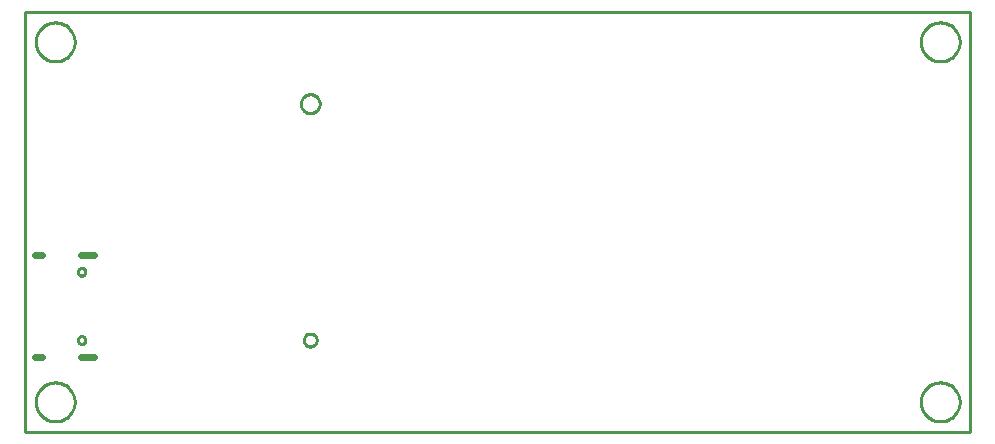
<source format=gko>
G04 EAGLE Gerber RS-274X export*
G75*
%MOMM*%
%FSLAX34Y34*%
%LPD*%
%IN*%
%IPPOS*%
%AMOC8*
5,1,8,0,0,1.08239X$1,22.5*%
G01*
%ADD10C,0.254000*%
%ADD11C,0.000000*%
%ADD12C,0.600000*%
%ADD13C,0.254000*%


D10*
X0Y0D02*
X0Y355600D01*
X800100Y355600D01*
X800100Y0D01*
X0Y0D01*
D11*
X44530Y135580D02*
X44532Y135693D01*
X44538Y135807D01*
X44548Y135920D01*
X44562Y136032D01*
X44579Y136144D01*
X44601Y136256D01*
X44627Y136366D01*
X44656Y136476D01*
X44689Y136584D01*
X44726Y136692D01*
X44767Y136797D01*
X44811Y136902D01*
X44859Y137005D01*
X44910Y137106D01*
X44965Y137205D01*
X45024Y137302D01*
X45086Y137397D01*
X45151Y137490D01*
X45219Y137581D01*
X45290Y137669D01*
X45365Y137755D01*
X45442Y137838D01*
X45522Y137918D01*
X45605Y137995D01*
X45691Y138070D01*
X45779Y138141D01*
X45870Y138209D01*
X45963Y138274D01*
X46058Y138336D01*
X46155Y138395D01*
X46254Y138450D01*
X46355Y138501D01*
X46458Y138549D01*
X46563Y138593D01*
X46668Y138634D01*
X46776Y138671D01*
X46884Y138704D01*
X46994Y138733D01*
X47104Y138759D01*
X47216Y138781D01*
X47328Y138798D01*
X47440Y138812D01*
X47553Y138822D01*
X47667Y138828D01*
X47780Y138830D01*
X47893Y138828D01*
X48007Y138822D01*
X48120Y138812D01*
X48232Y138798D01*
X48344Y138781D01*
X48456Y138759D01*
X48566Y138733D01*
X48676Y138704D01*
X48784Y138671D01*
X48892Y138634D01*
X48997Y138593D01*
X49102Y138549D01*
X49205Y138501D01*
X49306Y138450D01*
X49405Y138395D01*
X49502Y138336D01*
X49597Y138274D01*
X49690Y138209D01*
X49781Y138141D01*
X49869Y138070D01*
X49955Y137995D01*
X50038Y137918D01*
X50118Y137838D01*
X50195Y137755D01*
X50270Y137669D01*
X50341Y137581D01*
X50409Y137490D01*
X50474Y137397D01*
X50536Y137302D01*
X50595Y137205D01*
X50650Y137106D01*
X50701Y137005D01*
X50749Y136902D01*
X50793Y136797D01*
X50834Y136692D01*
X50871Y136584D01*
X50904Y136476D01*
X50933Y136366D01*
X50959Y136256D01*
X50981Y136144D01*
X50998Y136032D01*
X51012Y135920D01*
X51022Y135807D01*
X51028Y135693D01*
X51030Y135580D01*
X51028Y135467D01*
X51022Y135353D01*
X51012Y135240D01*
X50998Y135128D01*
X50981Y135016D01*
X50959Y134904D01*
X50933Y134794D01*
X50904Y134684D01*
X50871Y134576D01*
X50834Y134468D01*
X50793Y134363D01*
X50749Y134258D01*
X50701Y134155D01*
X50650Y134054D01*
X50595Y133955D01*
X50536Y133858D01*
X50474Y133763D01*
X50409Y133670D01*
X50341Y133579D01*
X50270Y133491D01*
X50195Y133405D01*
X50118Y133322D01*
X50038Y133242D01*
X49955Y133165D01*
X49869Y133090D01*
X49781Y133019D01*
X49690Y132951D01*
X49597Y132886D01*
X49502Y132824D01*
X49405Y132765D01*
X49306Y132710D01*
X49205Y132659D01*
X49102Y132611D01*
X48997Y132567D01*
X48892Y132526D01*
X48784Y132489D01*
X48676Y132456D01*
X48566Y132427D01*
X48456Y132401D01*
X48344Y132379D01*
X48232Y132362D01*
X48120Y132348D01*
X48007Y132338D01*
X47893Y132332D01*
X47780Y132330D01*
X47667Y132332D01*
X47553Y132338D01*
X47440Y132348D01*
X47328Y132362D01*
X47216Y132379D01*
X47104Y132401D01*
X46994Y132427D01*
X46884Y132456D01*
X46776Y132489D01*
X46668Y132526D01*
X46563Y132567D01*
X46458Y132611D01*
X46355Y132659D01*
X46254Y132710D01*
X46155Y132765D01*
X46058Y132824D01*
X45963Y132886D01*
X45870Y132951D01*
X45779Y133019D01*
X45691Y133090D01*
X45605Y133165D01*
X45522Y133242D01*
X45442Y133322D01*
X45365Y133405D01*
X45290Y133491D01*
X45219Y133579D01*
X45151Y133670D01*
X45086Y133763D01*
X45024Y133858D01*
X44965Y133955D01*
X44910Y134054D01*
X44859Y134155D01*
X44811Y134258D01*
X44767Y134363D01*
X44726Y134468D01*
X44689Y134576D01*
X44656Y134684D01*
X44627Y134794D01*
X44601Y134904D01*
X44579Y135016D01*
X44562Y135128D01*
X44548Y135240D01*
X44538Y135353D01*
X44532Y135467D01*
X44530Y135580D01*
X44530Y77780D02*
X44532Y77893D01*
X44538Y78007D01*
X44548Y78120D01*
X44562Y78232D01*
X44579Y78344D01*
X44601Y78456D01*
X44627Y78566D01*
X44656Y78676D01*
X44689Y78784D01*
X44726Y78892D01*
X44767Y78997D01*
X44811Y79102D01*
X44859Y79205D01*
X44910Y79306D01*
X44965Y79405D01*
X45024Y79502D01*
X45086Y79597D01*
X45151Y79690D01*
X45219Y79781D01*
X45290Y79869D01*
X45365Y79955D01*
X45442Y80038D01*
X45522Y80118D01*
X45605Y80195D01*
X45691Y80270D01*
X45779Y80341D01*
X45870Y80409D01*
X45963Y80474D01*
X46058Y80536D01*
X46155Y80595D01*
X46254Y80650D01*
X46355Y80701D01*
X46458Y80749D01*
X46563Y80793D01*
X46668Y80834D01*
X46776Y80871D01*
X46884Y80904D01*
X46994Y80933D01*
X47104Y80959D01*
X47216Y80981D01*
X47328Y80998D01*
X47440Y81012D01*
X47553Y81022D01*
X47667Y81028D01*
X47780Y81030D01*
X47893Y81028D01*
X48007Y81022D01*
X48120Y81012D01*
X48232Y80998D01*
X48344Y80981D01*
X48456Y80959D01*
X48566Y80933D01*
X48676Y80904D01*
X48784Y80871D01*
X48892Y80834D01*
X48997Y80793D01*
X49102Y80749D01*
X49205Y80701D01*
X49306Y80650D01*
X49405Y80595D01*
X49502Y80536D01*
X49597Y80474D01*
X49690Y80409D01*
X49781Y80341D01*
X49869Y80270D01*
X49955Y80195D01*
X50038Y80118D01*
X50118Y80038D01*
X50195Y79955D01*
X50270Y79869D01*
X50341Y79781D01*
X50409Y79690D01*
X50474Y79597D01*
X50536Y79502D01*
X50595Y79405D01*
X50650Y79306D01*
X50701Y79205D01*
X50749Y79102D01*
X50793Y78997D01*
X50834Y78892D01*
X50871Y78784D01*
X50904Y78676D01*
X50933Y78566D01*
X50959Y78456D01*
X50981Y78344D01*
X50998Y78232D01*
X51012Y78120D01*
X51022Y78007D01*
X51028Y77893D01*
X51030Y77780D01*
X51028Y77667D01*
X51022Y77553D01*
X51012Y77440D01*
X50998Y77328D01*
X50981Y77216D01*
X50959Y77104D01*
X50933Y76994D01*
X50904Y76884D01*
X50871Y76776D01*
X50834Y76668D01*
X50793Y76563D01*
X50749Y76458D01*
X50701Y76355D01*
X50650Y76254D01*
X50595Y76155D01*
X50536Y76058D01*
X50474Y75963D01*
X50409Y75870D01*
X50341Y75779D01*
X50270Y75691D01*
X50195Y75605D01*
X50118Y75522D01*
X50038Y75442D01*
X49955Y75365D01*
X49869Y75290D01*
X49781Y75219D01*
X49690Y75151D01*
X49597Y75086D01*
X49502Y75024D01*
X49405Y74965D01*
X49306Y74910D01*
X49205Y74859D01*
X49102Y74811D01*
X48997Y74767D01*
X48892Y74726D01*
X48784Y74689D01*
X48676Y74656D01*
X48566Y74627D01*
X48456Y74601D01*
X48344Y74579D01*
X48232Y74562D01*
X48120Y74548D01*
X48007Y74538D01*
X47893Y74532D01*
X47780Y74530D01*
X47667Y74532D01*
X47553Y74538D01*
X47440Y74548D01*
X47328Y74562D01*
X47216Y74579D01*
X47104Y74601D01*
X46994Y74627D01*
X46884Y74656D01*
X46776Y74689D01*
X46668Y74726D01*
X46563Y74767D01*
X46458Y74811D01*
X46355Y74859D01*
X46254Y74910D01*
X46155Y74965D01*
X46058Y75024D01*
X45963Y75086D01*
X45870Y75151D01*
X45779Y75219D01*
X45691Y75290D01*
X45605Y75365D01*
X45522Y75442D01*
X45442Y75522D01*
X45365Y75605D01*
X45290Y75691D01*
X45219Y75779D01*
X45151Y75870D01*
X45086Y75963D01*
X45024Y76058D01*
X44965Y76155D01*
X44910Y76254D01*
X44859Y76355D01*
X44811Y76458D01*
X44767Y76563D01*
X44726Y76668D01*
X44689Y76776D01*
X44656Y76884D01*
X44627Y76994D01*
X44601Y77104D01*
X44579Y77216D01*
X44562Y77328D01*
X44548Y77440D01*
X44538Y77553D01*
X44532Y77667D01*
X44530Y77780D01*
D12*
X47580Y149860D02*
X58580Y149860D01*
X58580Y63500D02*
X47580Y63500D01*
X14430Y149860D02*
X8230Y149860D01*
X8230Y63500D02*
X14430Y63500D01*
D11*
X758190Y330200D02*
X758195Y330605D01*
X758210Y331010D01*
X758235Y331415D01*
X758270Y331818D01*
X758314Y332221D01*
X758369Y332623D01*
X758433Y333023D01*
X758507Y333421D01*
X758591Y333817D01*
X758685Y334212D01*
X758788Y334603D01*
X758901Y334993D01*
X759023Y335379D01*
X759155Y335762D01*
X759296Y336142D01*
X759447Y336518D01*
X759606Y336891D01*
X759775Y337259D01*
X759953Y337623D01*
X760139Y337983D01*
X760335Y338338D01*
X760539Y338688D01*
X760751Y339033D01*
X760972Y339372D01*
X761202Y339707D01*
X761439Y340035D01*
X761684Y340357D01*
X761938Y340674D01*
X762198Y340984D01*
X762467Y341287D01*
X762743Y341584D01*
X763026Y341874D01*
X763316Y342157D01*
X763613Y342433D01*
X763916Y342702D01*
X764226Y342962D01*
X764543Y343216D01*
X764865Y343461D01*
X765193Y343698D01*
X765528Y343928D01*
X765867Y344149D01*
X766212Y344361D01*
X766562Y344565D01*
X766917Y344761D01*
X767277Y344947D01*
X767641Y345125D01*
X768009Y345294D01*
X768382Y345453D01*
X768758Y345604D01*
X769138Y345745D01*
X769521Y345877D01*
X769907Y345999D01*
X770297Y346112D01*
X770688Y346215D01*
X771083Y346309D01*
X771479Y346393D01*
X771877Y346467D01*
X772277Y346531D01*
X772679Y346586D01*
X773082Y346630D01*
X773485Y346665D01*
X773890Y346690D01*
X774295Y346705D01*
X774700Y346710D01*
X775105Y346705D01*
X775510Y346690D01*
X775915Y346665D01*
X776318Y346630D01*
X776721Y346586D01*
X777123Y346531D01*
X777523Y346467D01*
X777921Y346393D01*
X778317Y346309D01*
X778712Y346215D01*
X779103Y346112D01*
X779493Y345999D01*
X779879Y345877D01*
X780262Y345745D01*
X780642Y345604D01*
X781018Y345453D01*
X781391Y345294D01*
X781759Y345125D01*
X782123Y344947D01*
X782483Y344761D01*
X782838Y344565D01*
X783188Y344361D01*
X783533Y344149D01*
X783872Y343928D01*
X784207Y343698D01*
X784535Y343461D01*
X784857Y343216D01*
X785174Y342962D01*
X785484Y342702D01*
X785787Y342433D01*
X786084Y342157D01*
X786374Y341874D01*
X786657Y341584D01*
X786933Y341287D01*
X787202Y340984D01*
X787462Y340674D01*
X787716Y340357D01*
X787961Y340035D01*
X788198Y339707D01*
X788428Y339372D01*
X788649Y339033D01*
X788861Y338688D01*
X789065Y338338D01*
X789261Y337983D01*
X789447Y337623D01*
X789625Y337259D01*
X789794Y336891D01*
X789953Y336518D01*
X790104Y336142D01*
X790245Y335762D01*
X790377Y335379D01*
X790499Y334993D01*
X790612Y334603D01*
X790715Y334212D01*
X790809Y333817D01*
X790893Y333421D01*
X790967Y333023D01*
X791031Y332623D01*
X791086Y332221D01*
X791130Y331818D01*
X791165Y331415D01*
X791190Y331010D01*
X791205Y330605D01*
X791210Y330200D01*
X791205Y329795D01*
X791190Y329390D01*
X791165Y328985D01*
X791130Y328582D01*
X791086Y328179D01*
X791031Y327777D01*
X790967Y327377D01*
X790893Y326979D01*
X790809Y326583D01*
X790715Y326188D01*
X790612Y325797D01*
X790499Y325407D01*
X790377Y325021D01*
X790245Y324638D01*
X790104Y324258D01*
X789953Y323882D01*
X789794Y323509D01*
X789625Y323141D01*
X789447Y322777D01*
X789261Y322417D01*
X789065Y322062D01*
X788861Y321712D01*
X788649Y321367D01*
X788428Y321028D01*
X788198Y320693D01*
X787961Y320365D01*
X787716Y320043D01*
X787462Y319726D01*
X787202Y319416D01*
X786933Y319113D01*
X786657Y318816D01*
X786374Y318526D01*
X786084Y318243D01*
X785787Y317967D01*
X785484Y317698D01*
X785174Y317438D01*
X784857Y317184D01*
X784535Y316939D01*
X784207Y316702D01*
X783872Y316472D01*
X783533Y316251D01*
X783188Y316039D01*
X782838Y315835D01*
X782483Y315639D01*
X782123Y315453D01*
X781759Y315275D01*
X781391Y315106D01*
X781018Y314947D01*
X780642Y314796D01*
X780262Y314655D01*
X779879Y314523D01*
X779493Y314401D01*
X779103Y314288D01*
X778712Y314185D01*
X778317Y314091D01*
X777921Y314007D01*
X777523Y313933D01*
X777123Y313869D01*
X776721Y313814D01*
X776318Y313770D01*
X775915Y313735D01*
X775510Y313710D01*
X775105Y313695D01*
X774700Y313690D01*
X774295Y313695D01*
X773890Y313710D01*
X773485Y313735D01*
X773082Y313770D01*
X772679Y313814D01*
X772277Y313869D01*
X771877Y313933D01*
X771479Y314007D01*
X771083Y314091D01*
X770688Y314185D01*
X770297Y314288D01*
X769907Y314401D01*
X769521Y314523D01*
X769138Y314655D01*
X768758Y314796D01*
X768382Y314947D01*
X768009Y315106D01*
X767641Y315275D01*
X767277Y315453D01*
X766917Y315639D01*
X766562Y315835D01*
X766212Y316039D01*
X765867Y316251D01*
X765528Y316472D01*
X765193Y316702D01*
X764865Y316939D01*
X764543Y317184D01*
X764226Y317438D01*
X763916Y317698D01*
X763613Y317967D01*
X763316Y318243D01*
X763026Y318526D01*
X762743Y318816D01*
X762467Y319113D01*
X762198Y319416D01*
X761938Y319726D01*
X761684Y320043D01*
X761439Y320365D01*
X761202Y320693D01*
X760972Y321028D01*
X760751Y321367D01*
X760539Y321712D01*
X760335Y322062D01*
X760139Y322417D01*
X759953Y322777D01*
X759775Y323141D01*
X759606Y323509D01*
X759447Y323882D01*
X759296Y324258D01*
X759155Y324638D01*
X759023Y325021D01*
X758901Y325407D01*
X758788Y325797D01*
X758685Y326188D01*
X758591Y326583D01*
X758507Y326979D01*
X758433Y327377D01*
X758369Y327777D01*
X758314Y328179D01*
X758270Y328582D01*
X758235Y328985D01*
X758210Y329390D01*
X758195Y329795D01*
X758190Y330200D01*
X8890Y330200D02*
X8895Y330605D01*
X8910Y331010D01*
X8935Y331415D01*
X8970Y331818D01*
X9014Y332221D01*
X9069Y332623D01*
X9133Y333023D01*
X9207Y333421D01*
X9291Y333817D01*
X9385Y334212D01*
X9488Y334603D01*
X9601Y334993D01*
X9723Y335379D01*
X9855Y335762D01*
X9996Y336142D01*
X10147Y336518D01*
X10306Y336891D01*
X10475Y337259D01*
X10653Y337623D01*
X10839Y337983D01*
X11035Y338338D01*
X11239Y338688D01*
X11451Y339033D01*
X11672Y339372D01*
X11902Y339707D01*
X12139Y340035D01*
X12384Y340357D01*
X12638Y340674D01*
X12898Y340984D01*
X13167Y341287D01*
X13443Y341584D01*
X13726Y341874D01*
X14016Y342157D01*
X14313Y342433D01*
X14616Y342702D01*
X14926Y342962D01*
X15243Y343216D01*
X15565Y343461D01*
X15893Y343698D01*
X16228Y343928D01*
X16567Y344149D01*
X16912Y344361D01*
X17262Y344565D01*
X17617Y344761D01*
X17977Y344947D01*
X18341Y345125D01*
X18709Y345294D01*
X19082Y345453D01*
X19458Y345604D01*
X19838Y345745D01*
X20221Y345877D01*
X20607Y345999D01*
X20997Y346112D01*
X21388Y346215D01*
X21783Y346309D01*
X22179Y346393D01*
X22577Y346467D01*
X22977Y346531D01*
X23379Y346586D01*
X23782Y346630D01*
X24185Y346665D01*
X24590Y346690D01*
X24995Y346705D01*
X25400Y346710D01*
X25805Y346705D01*
X26210Y346690D01*
X26615Y346665D01*
X27018Y346630D01*
X27421Y346586D01*
X27823Y346531D01*
X28223Y346467D01*
X28621Y346393D01*
X29017Y346309D01*
X29412Y346215D01*
X29803Y346112D01*
X30193Y345999D01*
X30579Y345877D01*
X30962Y345745D01*
X31342Y345604D01*
X31718Y345453D01*
X32091Y345294D01*
X32459Y345125D01*
X32823Y344947D01*
X33183Y344761D01*
X33538Y344565D01*
X33888Y344361D01*
X34233Y344149D01*
X34572Y343928D01*
X34907Y343698D01*
X35235Y343461D01*
X35557Y343216D01*
X35874Y342962D01*
X36184Y342702D01*
X36487Y342433D01*
X36784Y342157D01*
X37074Y341874D01*
X37357Y341584D01*
X37633Y341287D01*
X37902Y340984D01*
X38162Y340674D01*
X38416Y340357D01*
X38661Y340035D01*
X38898Y339707D01*
X39128Y339372D01*
X39349Y339033D01*
X39561Y338688D01*
X39765Y338338D01*
X39961Y337983D01*
X40147Y337623D01*
X40325Y337259D01*
X40494Y336891D01*
X40653Y336518D01*
X40804Y336142D01*
X40945Y335762D01*
X41077Y335379D01*
X41199Y334993D01*
X41312Y334603D01*
X41415Y334212D01*
X41509Y333817D01*
X41593Y333421D01*
X41667Y333023D01*
X41731Y332623D01*
X41786Y332221D01*
X41830Y331818D01*
X41865Y331415D01*
X41890Y331010D01*
X41905Y330605D01*
X41910Y330200D01*
X41905Y329795D01*
X41890Y329390D01*
X41865Y328985D01*
X41830Y328582D01*
X41786Y328179D01*
X41731Y327777D01*
X41667Y327377D01*
X41593Y326979D01*
X41509Y326583D01*
X41415Y326188D01*
X41312Y325797D01*
X41199Y325407D01*
X41077Y325021D01*
X40945Y324638D01*
X40804Y324258D01*
X40653Y323882D01*
X40494Y323509D01*
X40325Y323141D01*
X40147Y322777D01*
X39961Y322417D01*
X39765Y322062D01*
X39561Y321712D01*
X39349Y321367D01*
X39128Y321028D01*
X38898Y320693D01*
X38661Y320365D01*
X38416Y320043D01*
X38162Y319726D01*
X37902Y319416D01*
X37633Y319113D01*
X37357Y318816D01*
X37074Y318526D01*
X36784Y318243D01*
X36487Y317967D01*
X36184Y317698D01*
X35874Y317438D01*
X35557Y317184D01*
X35235Y316939D01*
X34907Y316702D01*
X34572Y316472D01*
X34233Y316251D01*
X33888Y316039D01*
X33538Y315835D01*
X33183Y315639D01*
X32823Y315453D01*
X32459Y315275D01*
X32091Y315106D01*
X31718Y314947D01*
X31342Y314796D01*
X30962Y314655D01*
X30579Y314523D01*
X30193Y314401D01*
X29803Y314288D01*
X29412Y314185D01*
X29017Y314091D01*
X28621Y314007D01*
X28223Y313933D01*
X27823Y313869D01*
X27421Y313814D01*
X27018Y313770D01*
X26615Y313735D01*
X26210Y313710D01*
X25805Y313695D01*
X25400Y313690D01*
X24995Y313695D01*
X24590Y313710D01*
X24185Y313735D01*
X23782Y313770D01*
X23379Y313814D01*
X22977Y313869D01*
X22577Y313933D01*
X22179Y314007D01*
X21783Y314091D01*
X21388Y314185D01*
X20997Y314288D01*
X20607Y314401D01*
X20221Y314523D01*
X19838Y314655D01*
X19458Y314796D01*
X19082Y314947D01*
X18709Y315106D01*
X18341Y315275D01*
X17977Y315453D01*
X17617Y315639D01*
X17262Y315835D01*
X16912Y316039D01*
X16567Y316251D01*
X16228Y316472D01*
X15893Y316702D01*
X15565Y316939D01*
X15243Y317184D01*
X14926Y317438D01*
X14616Y317698D01*
X14313Y317967D01*
X14016Y318243D01*
X13726Y318526D01*
X13443Y318816D01*
X13167Y319113D01*
X12898Y319416D01*
X12638Y319726D01*
X12384Y320043D01*
X12139Y320365D01*
X11902Y320693D01*
X11672Y321028D01*
X11451Y321367D01*
X11239Y321712D01*
X11035Y322062D01*
X10839Y322417D01*
X10653Y322777D01*
X10475Y323141D01*
X10306Y323509D01*
X10147Y323882D01*
X9996Y324258D01*
X9855Y324638D01*
X9723Y325021D01*
X9601Y325407D01*
X9488Y325797D01*
X9385Y326188D01*
X9291Y326583D01*
X9207Y326979D01*
X9133Y327377D01*
X9069Y327777D01*
X9014Y328179D01*
X8970Y328582D01*
X8935Y328985D01*
X8910Y329390D01*
X8895Y329795D01*
X8890Y330200D01*
X758190Y25400D02*
X758195Y25805D01*
X758210Y26210D01*
X758235Y26615D01*
X758270Y27018D01*
X758314Y27421D01*
X758369Y27823D01*
X758433Y28223D01*
X758507Y28621D01*
X758591Y29017D01*
X758685Y29412D01*
X758788Y29803D01*
X758901Y30193D01*
X759023Y30579D01*
X759155Y30962D01*
X759296Y31342D01*
X759447Y31718D01*
X759606Y32091D01*
X759775Y32459D01*
X759953Y32823D01*
X760139Y33183D01*
X760335Y33538D01*
X760539Y33888D01*
X760751Y34233D01*
X760972Y34572D01*
X761202Y34907D01*
X761439Y35235D01*
X761684Y35557D01*
X761938Y35874D01*
X762198Y36184D01*
X762467Y36487D01*
X762743Y36784D01*
X763026Y37074D01*
X763316Y37357D01*
X763613Y37633D01*
X763916Y37902D01*
X764226Y38162D01*
X764543Y38416D01*
X764865Y38661D01*
X765193Y38898D01*
X765528Y39128D01*
X765867Y39349D01*
X766212Y39561D01*
X766562Y39765D01*
X766917Y39961D01*
X767277Y40147D01*
X767641Y40325D01*
X768009Y40494D01*
X768382Y40653D01*
X768758Y40804D01*
X769138Y40945D01*
X769521Y41077D01*
X769907Y41199D01*
X770297Y41312D01*
X770688Y41415D01*
X771083Y41509D01*
X771479Y41593D01*
X771877Y41667D01*
X772277Y41731D01*
X772679Y41786D01*
X773082Y41830D01*
X773485Y41865D01*
X773890Y41890D01*
X774295Y41905D01*
X774700Y41910D01*
X775105Y41905D01*
X775510Y41890D01*
X775915Y41865D01*
X776318Y41830D01*
X776721Y41786D01*
X777123Y41731D01*
X777523Y41667D01*
X777921Y41593D01*
X778317Y41509D01*
X778712Y41415D01*
X779103Y41312D01*
X779493Y41199D01*
X779879Y41077D01*
X780262Y40945D01*
X780642Y40804D01*
X781018Y40653D01*
X781391Y40494D01*
X781759Y40325D01*
X782123Y40147D01*
X782483Y39961D01*
X782838Y39765D01*
X783188Y39561D01*
X783533Y39349D01*
X783872Y39128D01*
X784207Y38898D01*
X784535Y38661D01*
X784857Y38416D01*
X785174Y38162D01*
X785484Y37902D01*
X785787Y37633D01*
X786084Y37357D01*
X786374Y37074D01*
X786657Y36784D01*
X786933Y36487D01*
X787202Y36184D01*
X787462Y35874D01*
X787716Y35557D01*
X787961Y35235D01*
X788198Y34907D01*
X788428Y34572D01*
X788649Y34233D01*
X788861Y33888D01*
X789065Y33538D01*
X789261Y33183D01*
X789447Y32823D01*
X789625Y32459D01*
X789794Y32091D01*
X789953Y31718D01*
X790104Y31342D01*
X790245Y30962D01*
X790377Y30579D01*
X790499Y30193D01*
X790612Y29803D01*
X790715Y29412D01*
X790809Y29017D01*
X790893Y28621D01*
X790967Y28223D01*
X791031Y27823D01*
X791086Y27421D01*
X791130Y27018D01*
X791165Y26615D01*
X791190Y26210D01*
X791205Y25805D01*
X791210Y25400D01*
X791205Y24995D01*
X791190Y24590D01*
X791165Y24185D01*
X791130Y23782D01*
X791086Y23379D01*
X791031Y22977D01*
X790967Y22577D01*
X790893Y22179D01*
X790809Y21783D01*
X790715Y21388D01*
X790612Y20997D01*
X790499Y20607D01*
X790377Y20221D01*
X790245Y19838D01*
X790104Y19458D01*
X789953Y19082D01*
X789794Y18709D01*
X789625Y18341D01*
X789447Y17977D01*
X789261Y17617D01*
X789065Y17262D01*
X788861Y16912D01*
X788649Y16567D01*
X788428Y16228D01*
X788198Y15893D01*
X787961Y15565D01*
X787716Y15243D01*
X787462Y14926D01*
X787202Y14616D01*
X786933Y14313D01*
X786657Y14016D01*
X786374Y13726D01*
X786084Y13443D01*
X785787Y13167D01*
X785484Y12898D01*
X785174Y12638D01*
X784857Y12384D01*
X784535Y12139D01*
X784207Y11902D01*
X783872Y11672D01*
X783533Y11451D01*
X783188Y11239D01*
X782838Y11035D01*
X782483Y10839D01*
X782123Y10653D01*
X781759Y10475D01*
X781391Y10306D01*
X781018Y10147D01*
X780642Y9996D01*
X780262Y9855D01*
X779879Y9723D01*
X779493Y9601D01*
X779103Y9488D01*
X778712Y9385D01*
X778317Y9291D01*
X777921Y9207D01*
X777523Y9133D01*
X777123Y9069D01*
X776721Y9014D01*
X776318Y8970D01*
X775915Y8935D01*
X775510Y8910D01*
X775105Y8895D01*
X774700Y8890D01*
X774295Y8895D01*
X773890Y8910D01*
X773485Y8935D01*
X773082Y8970D01*
X772679Y9014D01*
X772277Y9069D01*
X771877Y9133D01*
X771479Y9207D01*
X771083Y9291D01*
X770688Y9385D01*
X770297Y9488D01*
X769907Y9601D01*
X769521Y9723D01*
X769138Y9855D01*
X768758Y9996D01*
X768382Y10147D01*
X768009Y10306D01*
X767641Y10475D01*
X767277Y10653D01*
X766917Y10839D01*
X766562Y11035D01*
X766212Y11239D01*
X765867Y11451D01*
X765528Y11672D01*
X765193Y11902D01*
X764865Y12139D01*
X764543Y12384D01*
X764226Y12638D01*
X763916Y12898D01*
X763613Y13167D01*
X763316Y13443D01*
X763026Y13726D01*
X762743Y14016D01*
X762467Y14313D01*
X762198Y14616D01*
X761938Y14926D01*
X761684Y15243D01*
X761439Y15565D01*
X761202Y15893D01*
X760972Y16228D01*
X760751Y16567D01*
X760539Y16912D01*
X760335Y17262D01*
X760139Y17617D01*
X759953Y17977D01*
X759775Y18341D01*
X759606Y18709D01*
X759447Y19082D01*
X759296Y19458D01*
X759155Y19838D01*
X759023Y20221D01*
X758901Y20607D01*
X758788Y20997D01*
X758685Y21388D01*
X758591Y21783D01*
X758507Y22179D01*
X758433Y22577D01*
X758369Y22977D01*
X758314Y23379D01*
X758270Y23782D01*
X758235Y24185D01*
X758210Y24590D01*
X758195Y24995D01*
X758190Y25400D01*
X8890Y25400D02*
X8895Y25805D01*
X8910Y26210D01*
X8935Y26615D01*
X8970Y27018D01*
X9014Y27421D01*
X9069Y27823D01*
X9133Y28223D01*
X9207Y28621D01*
X9291Y29017D01*
X9385Y29412D01*
X9488Y29803D01*
X9601Y30193D01*
X9723Y30579D01*
X9855Y30962D01*
X9996Y31342D01*
X10147Y31718D01*
X10306Y32091D01*
X10475Y32459D01*
X10653Y32823D01*
X10839Y33183D01*
X11035Y33538D01*
X11239Y33888D01*
X11451Y34233D01*
X11672Y34572D01*
X11902Y34907D01*
X12139Y35235D01*
X12384Y35557D01*
X12638Y35874D01*
X12898Y36184D01*
X13167Y36487D01*
X13443Y36784D01*
X13726Y37074D01*
X14016Y37357D01*
X14313Y37633D01*
X14616Y37902D01*
X14926Y38162D01*
X15243Y38416D01*
X15565Y38661D01*
X15893Y38898D01*
X16228Y39128D01*
X16567Y39349D01*
X16912Y39561D01*
X17262Y39765D01*
X17617Y39961D01*
X17977Y40147D01*
X18341Y40325D01*
X18709Y40494D01*
X19082Y40653D01*
X19458Y40804D01*
X19838Y40945D01*
X20221Y41077D01*
X20607Y41199D01*
X20997Y41312D01*
X21388Y41415D01*
X21783Y41509D01*
X22179Y41593D01*
X22577Y41667D01*
X22977Y41731D01*
X23379Y41786D01*
X23782Y41830D01*
X24185Y41865D01*
X24590Y41890D01*
X24995Y41905D01*
X25400Y41910D01*
X25805Y41905D01*
X26210Y41890D01*
X26615Y41865D01*
X27018Y41830D01*
X27421Y41786D01*
X27823Y41731D01*
X28223Y41667D01*
X28621Y41593D01*
X29017Y41509D01*
X29412Y41415D01*
X29803Y41312D01*
X30193Y41199D01*
X30579Y41077D01*
X30962Y40945D01*
X31342Y40804D01*
X31718Y40653D01*
X32091Y40494D01*
X32459Y40325D01*
X32823Y40147D01*
X33183Y39961D01*
X33538Y39765D01*
X33888Y39561D01*
X34233Y39349D01*
X34572Y39128D01*
X34907Y38898D01*
X35235Y38661D01*
X35557Y38416D01*
X35874Y38162D01*
X36184Y37902D01*
X36487Y37633D01*
X36784Y37357D01*
X37074Y37074D01*
X37357Y36784D01*
X37633Y36487D01*
X37902Y36184D01*
X38162Y35874D01*
X38416Y35557D01*
X38661Y35235D01*
X38898Y34907D01*
X39128Y34572D01*
X39349Y34233D01*
X39561Y33888D01*
X39765Y33538D01*
X39961Y33183D01*
X40147Y32823D01*
X40325Y32459D01*
X40494Y32091D01*
X40653Y31718D01*
X40804Y31342D01*
X40945Y30962D01*
X41077Y30579D01*
X41199Y30193D01*
X41312Y29803D01*
X41415Y29412D01*
X41509Y29017D01*
X41593Y28621D01*
X41667Y28223D01*
X41731Y27823D01*
X41786Y27421D01*
X41830Y27018D01*
X41865Y26615D01*
X41890Y26210D01*
X41905Y25805D01*
X41910Y25400D01*
X41905Y24995D01*
X41890Y24590D01*
X41865Y24185D01*
X41830Y23782D01*
X41786Y23379D01*
X41731Y22977D01*
X41667Y22577D01*
X41593Y22179D01*
X41509Y21783D01*
X41415Y21388D01*
X41312Y20997D01*
X41199Y20607D01*
X41077Y20221D01*
X40945Y19838D01*
X40804Y19458D01*
X40653Y19082D01*
X40494Y18709D01*
X40325Y18341D01*
X40147Y17977D01*
X39961Y17617D01*
X39765Y17262D01*
X39561Y16912D01*
X39349Y16567D01*
X39128Y16228D01*
X38898Y15893D01*
X38661Y15565D01*
X38416Y15243D01*
X38162Y14926D01*
X37902Y14616D01*
X37633Y14313D01*
X37357Y14016D01*
X37074Y13726D01*
X36784Y13443D01*
X36487Y13167D01*
X36184Y12898D01*
X35874Y12638D01*
X35557Y12384D01*
X35235Y12139D01*
X34907Y11902D01*
X34572Y11672D01*
X34233Y11451D01*
X33888Y11239D01*
X33538Y11035D01*
X33183Y10839D01*
X32823Y10653D01*
X32459Y10475D01*
X32091Y10306D01*
X31718Y10147D01*
X31342Y9996D01*
X30962Y9855D01*
X30579Y9723D01*
X30193Y9601D01*
X29803Y9488D01*
X29412Y9385D01*
X29017Y9291D01*
X28621Y9207D01*
X28223Y9133D01*
X27823Y9069D01*
X27421Y9014D01*
X27018Y8970D01*
X26615Y8935D01*
X26210Y8910D01*
X25805Y8895D01*
X25400Y8890D01*
X24995Y8895D01*
X24590Y8910D01*
X24185Y8935D01*
X23782Y8970D01*
X23379Y9014D01*
X22977Y9069D01*
X22577Y9133D01*
X22179Y9207D01*
X21783Y9291D01*
X21388Y9385D01*
X20997Y9488D01*
X20607Y9601D01*
X20221Y9723D01*
X19838Y9855D01*
X19458Y9996D01*
X19082Y10147D01*
X18709Y10306D01*
X18341Y10475D01*
X17977Y10653D01*
X17617Y10839D01*
X17262Y11035D01*
X16912Y11239D01*
X16567Y11451D01*
X16228Y11672D01*
X15893Y11902D01*
X15565Y12139D01*
X15243Y12384D01*
X14926Y12638D01*
X14616Y12898D01*
X14313Y13167D01*
X14016Y13443D01*
X13726Y13726D01*
X13443Y14016D01*
X13167Y14313D01*
X12898Y14616D01*
X12638Y14926D01*
X12384Y15243D01*
X12139Y15565D01*
X11902Y15893D01*
X11672Y16228D01*
X11451Y16567D01*
X11239Y16912D01*
X11035Y17262D01*
X10839Y17617D01*
X10653Y17977D01*
X10475Y18341D01*
X10306Y18709D01*
X10147Y19082D01*
X9996Y19458D01*
X9855Y19838D01*
X9723Y20221D01*
X9601Y20607D01*
X9488Y20997D01*
X9385Y21388D01*
X9291Y21783D01*
X9207Y22179D01*
X9133Y22577D01*
X9069Y22977D01*
X9014Y23379D01*
X8970Y23782D01*
X8935Y24185D01*
X8910Y24590D01*
X8895Y24995D01*
X8890Y25400D01*
X235800Y77800D02*
X235802Y77948D01*
X235808Y78096D01*
X235818Y78244D01*
X235832Y78392D01*
X235850Y78539D01*
X235872Y78686D01*
X235898Y78832D01*
X235927Y78977D01*
X235961Y79122D01*
X235999Y79265D01*
X236040Y79408D01*
X236085Y79549D01*
X236135Y79689D01*
X236187Y79827D01*
X236244Y79965D01*
X236304Y80100D01*
X236368Y80234D01*
X236435Y80366D01*
X236506Y80496D01*
X236581Y80625D01*
X236659Y80751D01*
X236740Y80875D01*
X236824Y80997D01*
X236912Y81116D01*
X237003Y81233D01*
X237097Y81348D01*
X237195Y81460D01*
X237295Y81569D01*
X237398Y81676D01*
X237504Y81780D01*
X237612Y81881D01*
X237724Y81979D01*
X237838Y82074D01*
X237954Y82165D01*
X238073Y82254D01*
X238194Y82339D01*
X238318Y82421D01*
X238444Y82500D01*
X238571Y82575D01*
X238701Y82647D01*
X238833Y82716D01*
X238966Y82780D01*
X239101Y82841D01*
X239238Y82899D01*
X239376Y82953D01*
X239516Y83003D01*
X239657Y83049D01*
X239799Y83091D01*
X239942Y83130D01*
X240086Y83164D01*
X240232Y83195D01*
X240377Y83222D01*
X240524Y83245D01*
X240671Y83264D01*
X240819Y83279D01*
X240966Y83290D01*
X241115Y83297D01*
X241263Y83300D01*
X241411Y83299D01*
X241559Y83294D01*
X241707Y83285D01*
X241855Y83272D01*
X242003Y83255D01*
X242149Y83234D01*
X242296Y83209D01*
X242441Y83180D01*
X242586Y83148D01*
X242729Y83111D01*
X242872Y83071D01*
X243014Y83026D01*
X243154Y82978D01*
X243293Y82926D01*
X243430Y82871D01*
X243566Y82811D01*
X243701Y82748D01*
X243833Y82682D01*
X243964Y82612D01*
X244093Y82538D01*
X244219Y82461D01*
X244344Y82381D01*
X244466Y82297D01*
X244587Y82210D01*
X244704Y82120D01*
X244820Y82026D01*
X244932Y81930D01*
X245042Y81831D01*
X245150Y81728D01*
X245254Y81623D01*
X245356Y81515D01*
X245454Y81404D01*
X245550Y81291D01*
X245643Y81175D01*
X245732Y81057D01*
X245818Y80936D01*
X245901Y80813D01*
X245981Y80688D01*
X246057Y80561D01*
X246130Y80431D01*
X246199Y80300D01*
X246264Y80167D01*
X246327Y80033D01*
X246385Y79896D01*
X246440Y79758D01*
X246490Y79619D01*
X246538Y79478D01*
X246581Y79337D01*
X246621Y79194D01*
X246656Y79050D01*
X246688Y78905D01*
X246716Y78759D01*
X246740Y78613D01*
X246760Y78466D01*
X246776Y78318D01*
X246788Y78171D01*
X246796Y78022D01*
X246800Y77874D01*
X246800Y77726D01*
X246796Y77578D01*
X246788Y77429D01*
X246776Y77282D01*
X246760Y77134D01*
X246740Y76987D01*
X246716Y76841D01*
X246688Y76695D01*
X246656Y76550D01*
X246621Y76406D01*
X246581Y76263D01*
X246538Y76122D01*
X246490Y75981D01*
X246440Y75842D01*
X246385Y75704D01*
X246327Y75567D01*
X246264Y75433D01*
X246199Y75300D01*
X246130Y75169D01*
X246057Y75039D01*
X245981Y74912D01*
X245901Y74787D01*
X245818Y74664D01*
X245732Y74543D01*
X245643Y74425D01*
X245550Y74309D01*
X245454Y74196D01*
X245356Y74085D01*
X245254Y73977D01*
X245150Y73872D01*
X245042Y73769D01*
X244932Y73670D01*
X244820Y73574D01*
X244704Y73480D01*
X244587Y73390D01*
X244466Y73303D01*
X244344Y73219D01*
X244219Y73139D01*
X244093Y73062D01*
X243964Y72988D01*
X243833Y72918D01*
X243701Y72852D01*
X243566Y72789D01*
X243430Y72729D01*
X243293Y72674D01*
X243154Y72622D01*
X243014Y72574D01*
X242872Y72529D01*
X242729Y72489D01*
X242586Y72452D01*
X242441Y72420D01*
X242296Y72391D01*
X242149Y72366D01*
X242003Y72345D01*
X241855Y72328D01*
X241707Y72315D01*
X241559Y72306D01*
X241411Y72301D01*
X241263Y72300D01*
X241115Y72303D01*
X240966Y72310D01*
X240819Y72321D01*
X240671Y72336D01*
X240524Y72355D01*
X240377Y72378D01*
X240232Y72405D01*
X240086Y72436D01*
X239942Y72470D01*
X239799Y72509D01*
X239657Y72551D01*
X239516Y72597D01*
X239376Y72647D01*
X239238Y72701D01*
X239101Y72759D01*
X238966Y72820D01*
X238833Y72884D01*
X238701Y72953D01*
X238571Y73025D01*
X238444Y73100D01*
X238318Y73179D01*
X238194Y73261D01*
X238073Y73346D01*
X237954Y73435D01*
X237838Y73526D01*
X237724Y73621D01*
X237612Y73719D01*
X237504Y73820D01*
X237398Y73924D01*
X237295Y74031D01*
X237195Y74140D01*
X237097Y74252D01*
X237003Y74367D01*
X236912Y74484D01*
X236824Y74603D01*
X236740Y74725D01*
X236659Y74849D01*
X236581Y74975D01*
X236506Y75104D01*
X236435Y75234D01*
X236368Y75366D01*
X236304Y75500D01*
X236244Y75635D01*
X236187Y75773D01*
X236135Y75911D01*
X236085Y76051D01*
X236040Y76192D01*
X235999Y76335D01*
X235961Y76478D01*
X235927Y76623D01*
X235898Y76768D01*
X235872Y76914D01*
X235850Y77061D01*
X235832Y77208D01*
X235818Y77356D01*
X235808Y77504D01*
X235802Y77652D01*
X235800Y77800D01*
X233300Y277800D02*
X233302Y277996D01*
X233310Y278193D01*
X233322Y278389D01*
X233339Y278584D01*
X233360Y278779D01*
X233387Y278974D01*
X233418Y279168D01*
X233454Y279361D01*
X233494Y279553D01*
X233540Y279744D01*
X233590Y279934D01*
X233644Y280122D01*
X233704Y280309D01*
X233768Y280495D01*
X233836Y280679D01*
X233909Y280861D01*
X233986Y281042D01*
X234068Y281220D01*
X234154Y281397D01*
X234245Y281571D01*
X234339Y281743D01*
X234438Y281913D01*
X234541Y282080D01*
X234648Y282245D01*
X234759Y282406D01*
X234874Y282566D01*
X234993Y282722D01*
X235116Y282875D01*
X235242Y283025D01*
X235372Y283172D01*
X235506Y283316D01*
X235643Y283457D01*
X235784Y283594D01*
X235928Y283728D01*
X236075Y283858D01*
X236225Y283984D01*
X236378Y284107D01*
X236534Y284226D01*
X236694Y284341D01*
X236855Y284452D01*
X237020Y284559D01*
X237187Y284662D01*
X237357Y284761D01*
X237529Y284855D01*
X237703Y284946D01*
X237880Y285032D01*
X238058Y285114D01*
X238239Y285191D01*
X238421Y285264D01*
X238605Y285332D01*
X238791Y285396D01*
X238978Y285456D01*
X239166Y285510D01*
X239356Y285560D01*
X239547Y285606D01*
X239739Y285646D01*
X239932Y285682D01*
X240126Y285713D01*
X240321Y285740D01*
X240516Y285761D01*
X240711Y285778D01*
X240907Y285790D01*
X241104Y285798D01*
X241300Y285800D01*
X241496Y285798D01*
X241693Y285790D01*
X241889Y285778D01*
X242084Y285761D01*
X242279Y285740D01*
X242474Y285713D01*
X242668Y285682D01*
X242861Y285646D01*
X243053Y285606D01*
X243244Y285560D01*
X243434Y285510D01*
X243622Y285456D01*
X243809Y285396D01*
X243995Y285332D01*
X244179Y285264D01*
X244361Y285191D01*
X244542Y285114D01*
X244720Y285032D01*
X244897Y284946D01*
X245071Y284855D01*
X245243Y284761D01*
X245413Y284662D01*
X245580Y284559D01*
X245745Y284452D01*
X245906Y284341D01*
X246066Y284226D01*
X246222Y284107D01*
X246375Y283984D01*
X246525Y283858D01*
X246672Y283728D01*
X246816Y283594D01*
X246957Y283457D01*
X247094Y283316D01*
X247228Y283172D01*
X247358Y283025D01*
X247484Y282875D01*
X247607Y282722D01*
X247726Y282566D01*
X247841Y282406D01*
X247952Y282245D01*
X248059Y282080D01*
X248162Y281913D01*
X248261Y281743D01*
X248355Y281571D01*
X248446Y281397D01*
X248532Y281220D01*
X248614Y281042D01*
X248691Y280861D01*
X248764Y280679D01*
X248832Y280495D01*
X248896Y280309D01*
X248956Y280122D01*
X249010Y279934D01*
X249060Y279744D01*
X249106Y279553D01*
X249146Y279361D01*
X249182Y279168D01*
X249213Y278974D01*
X249240Y278779D01*
X249261Y278584D01*
X249278Y278389D01*
X249290Y278193D01*
X249298Y277996D01*
X249300Y277800D01*
X249298Y277604D01*
X249290Y277407D01*
X249278Y277211D01*
X249261Y277016D01*
X249240Y276821D01*
X249213Y276626D01*
X249182Y276432D01*
X249146Y276239D01*
X249106Y276047D01*
X249060Y275856D01*
X249010Y275666D01*
X248956Y275478D01*
X248896Y275291D01*
X248832Y275105D01*
X248764Y274921D01*
X248691Y274739D01*
X248614Y274558D01*
X248532Y274380D01*
X248446Y274203D01*
X248355Y274029D01*
X248261Y273857D01*
X248162Y273687D01*
X248059Y273520D01*
X247952Y273355D01*
X247841Y273194D01*
X247726Y273034D01*
X247607Y272878D01*
X247484Y272725D01*
X247358Y272575D01*
X247228Y272428D01*
X247094Y272284D01*
X246957Y272143D01*
X246816Y272006D01*
X246672Y271872D01*
X246525Y271742D01*
X246375Y271616D01*
X246222Y271493D01*
X246066Y271374D01*
X245906Y271259D01*
X245745Y271148D01*
X245580Y271041D01*
X245413Y270938D01*
X245243Y270839D01*
X245071Y270745D01*
X244897Y270654D01*
X244720Y270568D01*
X244542Y270486D01*
X244361Y270409D01*
X244179Y270336D01*
X243995Y270268D01*
X243809Y270204D01*
X243622Y270144D01*
X243434Y270090D01*
X243244Y270040D01*
X243053Y269994D01*
X242861Y269954D01*
X242668Y269918D01*
X242474Y269887D01*
X242279Y269860D01*
X242084Y269839D01*
X241889Y269822D01*
X241693Y269810D01*
X241496Y269802D01*
X241300Y269800D01*
X241104Y269802D01*
X240907Y269810D01*
X240711Y269822D01*
X240516Y269839D01*
X240321Y269860D01*
X240126Y269887D01*
X239932Y269918D01*
X239739Y269954D01*
X239547Y269994D01*
X239356Y270040D01*
X239166Y270090D01*
X238978Y270144D01*
X238791Y270204D01*
X238605Y270268D01*
X238421Y270336D01*
X238239Y270409D01*
X238058Y270486D01*
X237880Y270568D01*
X237703Y270654D01*
X237529Y270745D01*
X237357Y270839D01*
X237187Y270938D01*
X237020Y271041D01*
X236855Y271148D01*
X236694Y271259D01*
X236534Y271374D01*
X236378Y271493D01*
X236225Y271616D01*
X236075Y271742D01*
X235928Y271872D01*
X235784Y272006D01*
X235643Y272143D01*
X235506Y272284D01*
X235372Y272428D01*
X235242Y272575D01*
X235116Y272725D01*
X234993Y272878D01*
X234874Y273034D01*
X234759Y273194D01*
X234648Y273355D01*
X234541Y273520D01*
X234438Y273687D01*
X234339Y273857D01*
X234245Y274029D01*
X234154Y274203D01*
X234068Y274380D01*
X233986Y274558D01*
X233909Y274739D01*
X233836Y274921D01*
X233768Y275105D01*
X233704Y275291D01*
X233644Y275478D01*
X233590Y275666D01*
X233540Y275856D01*
X233494Y276047D01*
X233454Y276239D01*
X233418Y276432D01*
X233387Y276626D01*
X233360Y276821D01*
X233339Y277016D01*
X233322Y277211D01*
X233310Y277407D01*
X233302Y277604D01*
X233300Y277800D01*
D13*
X0Y0D02*
X800100Y0D01*
X800100Y355600D01*
X0Y355600D01*
X0Y0D01*
X47567Y132330D02*
X47145Y132386D01*
X46733Y132496D01*
X46339Y132659D01*
X45971Y132872D01*
X45633Y133131D01*
X45331Y133433D01*
X45072Y133771D01*
X44859Y134139D01*
X44696Y134533D01*
X44586Y134945D01*
X44530Y135367D01*
X44530Y135793D01*
X44586Y136215D01*
X44696Y136627D01*
X44859Y137021D01*
X45072Y137389D01*
X45331Y137727D01*
X45633Y138029D01*
X45971Y138288D01*
X46339Y138501D01*
X46733Y138664D01*
X47145Y138774D01*
X47567Y138830D01*
X47993Y138830D01*
X48415Y138774D01*
X48827Y138664D01*
X49221Y138501D01*
X49589Y138288D01*
X49927Y138029D01*
X50229Y137727D01*
X50488Y137389D01*
X50701Y137021D01*
X50864Y136627D01*
X50974Y136215D01*
X51030Y135793D01*
X51030Y135367D01*
X50974Y134945D01*
X50864Y134533D01*
X50701Y134139D01*
X50488Y133771D01*
X50229Y133433D01*
X49927Y133131D01*
X49589Y132872D01*
X49221Y132659D01*
X48827Y132496D01*
X48415Y132386D01*
X47993Y132330D01*
X47567Y132330D01*
X47567Y74530D02*
X47145Y74586D01*
X46733Y74696D01*
X46339Y74859D01*
X45971Y75072D01*
X45633Y75331D01*
X45331Y75633D01*
X45072Y75971D01*
X44859Y76339D01*
X44696Y76733D01*
X44586Y77145D01*
X44530Y77567D01*
X44530Y77993D01*
X44586Y78415D01*
X44696Y78827D01*
X44859Y79221D01*
X45072Y79589D01*
X45331Y79927D01*
X45633Y80229D01*
X45971Y80488D01*
X46339Y80701D01*
X46733Y80864D01*
X47145Y80974D01*
X47567Y81030D01*
X47993Y81030D01*
X48415Y80974D01*
X48827Y80864D01*
X49221Y80701D01*
X49589Y80488D01*
X49927Y80229D01*
X50229Y79927D01*
X50488Y79589D01*
X50701Y79221D01*
X50864Y78827D01*
X50974Y78415D01*
X51030Y77993D01*
X51030Y77567D01*
X50974Y77145D01*
X50864Y76733D01*
X50701Y76339D01*
X50488Y75971D01*
X50229Y75633D01*
X49927Y75331D01*
X49589Y75072D01*
X49221Y74859D01*
X48827Y74696D01*
X48415Y74586D01*
X47993Y74530D01*
X47567Y74530D01*
X791210Y329660D02*
X791139Y328581D01*
X790998Y327509D01*
X790787Y326449D01*
X790508Y325405D01*
X790160Y324381D01*
X789746Y323383D01*
X789268Y322413D01*
X788728Y321477D01*
X788127Y320578D01*
X787469Y319721D01*
X786757Y318908D01*
X785992Y318144D01*
X785179Y317431D01*
X784322Y316773D01*
X783423Y316172D01*
X782487Y315632D01*
X781517Y315154D01*
X780519Y314740D01*
X779495Y314392D01*
X778451Y314113D01*
X777391Y313902D01*
X776319Y313761D01*
X775240Y313690D01*
X774160Y313690D01*
X773081Y313761D01*
X772009Y313902D01*
X770949Y314113D01*
X769905Y314392D01*
X768881Y314740D01*
X767883Y315154D01*
X766913Y315632D01*
X765977Y316172D01*
X765078Y316773D01*
X764221Y317431D01*
X763408Y318144D01*
X762644Y318908D01*
X761931Y319721D01*
X761273Y320578D01*
X760672Y321477D01*
X760132Y322413D01*
X759654Y323383D01*
X759240Y324381D01*
X758892Y325405D01*
X758613Y326449D01*
X758402Y327509D01*
X758261Y328581D01*
X758190Y329660D01*
X758190Y330740D01*
X758261Y331819D01*
X758402Y332891D01*
X758613Y333951D01*
X758892Y334995D01*
X759240Y336019D01*
X759654Y337017D01*
X760132Y337987D01*
X760672Y338923D01*
X761273Y339822D01*
X761931Y340679D01*
X762644Y341492D01*
X763408Y342257D01*
X764221Y342969D01*
X765078Y343627D01*
X765977Y344228D01*
X766913Y344768D01*
X767883Y345246D01*
X768881Y345660D01*
X769905Y346008D01*
X770949Y346287D01*
X772009Y346498D01*
X773081Y346639D01*
X774160Y346710D01*
X775240Y346710D01*
X776319Y346639D01*
X777391Y346498D01*
X778451Y346287D01*
X779495Y346008D01*
X780519Y345660D01*
X781517Y345246D01*
X782487Y344768D01*
X783423Y344228D01*
X784322Y343627D01*
X785179Y342969D01*
X785992Y342257D01*
X786757Y341492D01*
X787469Y340679D01*
X788127Y339822D01*
X788728Y338923D01*
X789268Y337987D01*
X789746Y337017D01*
X790160Y336019D01*
X790508Y334995D01*
X790787Y333951D01*
X790998Y332891D01*
X791139Y331819D01*
X791210Y330740D01*
X791210Y329660D01*
X41910Y329660D02*
X41839Y328581D01*
X41698Y327509D01*
X41487Y326449D01*
X41208Y325405D01*
X40860Y324381D01*
X40446Y323383D01*
X39968Y322413D01*
X39428Y321477D01*
X38827Y320578D01*
X38169Y319721D01*
X37457Y318908D01*
X36692Y318144D01*
X35879Y317431D01*
X35022Y316773D01*
X34123Y316172D01*
X33187Y315632D01*
X32217Y315154D01*
X31219Y314740D01*
X30195Y314392D01*
X29151Y314113D01*
X28091Y313902D01*
X27019Y313761D01*
X25940Y313690D01*
X24860Y313690D01*
X23781Y313761D01*
X22709Y313902D01*
X21649Y314113D01*
X20605Y314392D01*
X19581Y314740D01*
X18583Y315154D01*
X17613Y315632D01*
X16677Y316172D01*
X15778Y316773D01*
X14921Y317431D01*
X14108Y318144D01*
X13344Y318908D01*
X12631Y319721D01*
X11973Y320578D01*
X11372Y321477D01*
X10832Y322413D01*
X10354Y323383D01*
X9940Y324381D01*
X9592Y325405D01*
X9313Y326449D01*
X9102Y327509D01*
X8961Y328581D01*
X8890Y329660D01*
X8890Y330740D01*
X8961Y331819D01*
X9102Y332891D01*
X9313Y333951D01*
X9592Y334995D01*
X9940Y336019D01*
X10354Y337017D01*
X10832Y337987D01*
X11372Y338923D01*
X11973Y339822D01*
X12631Y340679D01*
X13344Y341492D01*
X14108Y342257D01*
X14921Y342969D01*
X15778Y343627D01*
X16677Y344228D01*
X17613Y344768D01*
X18583Y345246D01*
X19581Y345660D01*
X20605Y346008D01*
X21649Y346287D01*
X22709Y346498D01*
X23781Y346639D01*
X24860Y346710D01*
X25940Y346710D01*
X27019Y346639D01*
X28091Y346498D01*
X29151Y346287D01*
X30195Y346008D01*
X31219Y345660D01*
X32217Y345246D01*
X33187Y344768D01*
X34123Y344228D01*
X35022Y343627D01*
X35879Y342969D01*
X36692Y342257D01*
X37457Y341492D01*
X38169Y340679D01*
X38827Y339822D01*
X39428Y338923D01*
X39968Y337987D01*
X40446Y337017D01*
X40860Y336019D01*
X41208Y334995D01*
X41487Y333951D01*
X41698Y332891D01*
X41839Y331819D01*
X41910Y330740D01*
X41910Y329660D01*
X791210Y24860D02*
X791139Y23781D01*
X790998Y22709D01*
X790787Y21649D01*
X790508Y20605D01*
X790160Y19581D01*
X789746Y18583D01*
X789268Y17613D01*
X788728Y16677D01*
X788127Y15778D01*
X787469Y14921D01*
X786757Y14108D01*
X785992Y13344D01*
X785179Y12631D01*
X784322Y11973D01*
X783423Y11372D01*
X782487Y10832D01*
X781517Y10354D01*
X780519Y9940D01*
X779495Y9592D01*
X778451Y9313D01*
X777391Y9102D01*
X776319Y8961D01*
X775240Y8890D01*
X774160Y8890D01*
X773081Y8961D01*
X772009Y9102D01*
X770949Y9313D01*
X769905Y9592D01*
X768881Y9940D01*
X767883Y10354D01*
X766913Y10832D01*
X765977Y11372D01*
X765078Y11973D01*
X764221Y12631D01*
X763408Y13344D01*
X762644Y14108D01*
X761931Y14921D01*
X761273Y15778D01*
X760672Y16677D01*
X760132Y17613D01*
X759654Y18583D01*
X759240Y19581D01*
X758892Y20605D01*
X758613Y21649D01*
X758402Y22709D01*
X758261Y23781D01*
X758190Y24860D01*
X758190Y25940D01*
X758261Y27019D01*
X758402Y28091D01*
X758613Y29151D01*
X758892Y30195D01*
X759240Y31219D01*
X759654Y32217D01*
X760132Y33187D01*
X760672Y34123D01*
X761273Y35022D01*
X761931Y35879D01*
X762644Y36692D01*
X763408Y37457D01*
X764221Y38169D01*
X765078Y38827D01*
X765977Y39428D01*
X766913Y39968D01*
X767883Y40446D01*
X768881Y40860D01*
X769905Y41208D01*
X770949Y41487D01*
X772009Y41698D01*
X773081Y41839D01*
X774160Y41910D01*
X775240Y41910D01*
X776319Y41839D01*
X777391Y41698D01*
X778451Y41487D01*
X779495Y41208D01*
X780519Y40860D01*
X781517Y40446D01*
X782487Y39968D01*
X783423Y39428D01*
X784322Y38827D01*
X785179Y38169D01*
X785992Y37457D01*
X786757Y36692D01*
X787469Y35879D01*
X788127Y35022D01*
X788728Y34123D01*
X789268Y33187D01*
X789746Y32217D01*
X790160Y31219D01*
X790508Y30195D01*
X790787Y29151D01*
X790998Y28091D01*
X791139Y27019D01*
X791210Y25940D01*
X791210Y24860D01*
X41910Y24860D02*
X41839Y23781D01*
X41698Y22709D01*
X41487Y21649D01*
X41208Y20605D01*
X40860Y19581D01*
X40446Y18583D01*
X39968Y17613D01*
X39428Y16677D01*
X38827Y15778D01*
X38169Y14921D01*
X37457Y14108D01*
X36692Y13344D01*
X35879Y12631D01*
X35022Y11973D01*
X34123Y11372D01*
X33187Y10832D01*
X32217Y10354D01*
X31219Y9940D01*
X30195Y9592D01*
X29151Y9313D01*
X28091Y9102D01*
X27019Y8961D01*
X25940Y8890D01*
X24860Y8890D01*
X23781Y8961D01*
X22709Y9102D01*
X21649Y9313D01*
X20605Y9592D01*
X19581Y9940D01*
X18583Y10354D01*
X17613Y10832D01*
X16677Y11372D01*
X15778Y11973D01*
X14921Y12631D01*
X14108Y13344D01*
X13344Y14108D01*
X12631Y14921D01*
X11973Y15778D01*
X11372Y16677D01*
X10832Y17613D01*
X10354Y18583D01*
X9940Y19581D01*
X9592Y20605D01*
X9313Y21649D01*
X9102Y22709D01*
X8961Y23781D01*
X8890Y24860D01*
X8890Y25940D01*
X8961Y27019D01*
X9102Y28091D01*
X9313Y29151D01*
X9592Y30195D01*
X9940Y31219D01*
X10354Y32217D01*
X10832Y33187D01*
X11372Y34123D01*
X11973Y35022D01*
X12631Y35879D01*
X13344Y36692D01*
X14108Y37457D01*
X14921Y38169D01*
X15778Y38827D01*
X16677Y39428D01*
X17613Y39968D01*
X18583Y40446D01*
X19581Y40860D01*
X20605Y41208D01*
X21649Y41487D01*
X22709Y41698D01*
X23781Y41839D01*
X24860Y41910D01*
X25940Y41910D01*
X27019Y41839D01*
X28091Y41698D01*
X29151Y41487D01*
X30195Y41208D01*
X31219Y40860D01*
X32217Y40446D01*
X33187Y39968D01*
X34123Y39428D01*
X35022Y38827D01*
X35879Y38169D01*
X36692Y37457D01*
X37457Y36692D01*
X38169Y35879D01*
X38827Y35022D01*
X39428Y34123D01*
X39968Y33187D01*
X40446Y32217D01*
X40860Y31219D01*
X41208Y30195D01*
X41487Y29151D01*
X41698Y28091D01*
X41839Y27019D01*
X41910Y25940D01*
X41910Y24860D01*
X240991Y72300D02*
X240377Y72369D01*
X239775Y72507D01*
X239192Y72711D01*
X238635Y72979D01*
X238112Y73307D01*
X237629Y73693D01*
X237193Y74129D01*
X236807Y74612D01*
X236479Y75135D01*
X236211Y75692D01*
X236007Y76275D01*
X235869Y76877D01*
X235800Y77491D01*
X235800Y78109D01*
X235869Y78723D01*
X236007Y79325D01*
X236211Y79908D01*
X236479Y80465D01*
X236807Y80988D01*
X237193Y81471D01*
X237629Y81908D01*
X238112Y82293D01*
X238635Y82621D01*
X239192Y82889D01*
X239775Y83093D01*
X240377Y83231D01*
X240991Y83300D01*
X241609Y83300D01*
X242223Y83231D01*
X242825Y83093D01*
X243408Y82889D01*
X243965Y82621D01*
X244488Y82293D01*
X244971Y81908D01*
X245408Y81471D01*
X245793Y80988D01*
X246121Y80465D01*
X246389Y79908D01*
X246593Y79325D01*
X246731Y78723D01*
X246800Y78109D01*
X246800Y77491D01*
X246731Y76877D01*
X246593Y76275D01*
X246389Y75692D01*
X246121Y75135D01*
X245793Y74612D01*
X245408Y74129D01*
X244971Y73693D01*
X244488Y73307D01*
X243965Y72979D01*
X243408Y72711D01*
X242825Y72507D01*
X242223Y72369D01*
X241609Y72300D01*
X240991Y72300D01*
X240907Y269800D02*
X240125Y269877D01*
X239354Y270030D01*
X238602Y270259D01*
X237875Y270559D01*
X237182Y270930D01*
X236529Y271367D01*
X235921Y271865D01*
X235365Y272421D01*
X234867Y273029D01*
X234430Y273682D01*
X234059Y274375D01*
X233759Y275102D01*
X233530Y275854D01*
X233377Y276625D01*
X233300Y277407D01*
X233300Y278193D01*
X233377Y278975D01*
X233530Y279746D01*
X233759Y280498D01*
X234059Y281225D01*
X234430Y281918D01*
X234867Y282571D01*
X235365Y283179D01*
X235921Y283735D01*
X236529Y284233D01*
X237182Y284670D01*
X237875Y285041D01*
X238602Y285341D01*
X239354Y285570D01*
X240125Y285723D01*
X240907Y285800D01*
X241693Y285800D01*
X242475Y285723D01*
X243246Y285570D01*
X243998Y285341D01*
X244725Y285041D01*
X245418Y284670D01*
X246071Y284233D01*
X246679Y283735D01*
X247235Y283179D01*
X247733Y282571D01*
X248170Y281918D01*
X248541Y281225D01*
X248841Y280498D01*
X249070Y279746D01*
X249223Y278975D01*
X249300Y278193D01*
X249300Y277407D01*
X249223Y276625D01*
X249070Y275854D01*
X248841Y275102D01*
X248541Y274375D01*
X248170Y273682D01*
X247733Y273029D01*
X247235Y272421D01*
X246679Y271865D01*
X246071Y271367D01*
X245418Y270930D01*
X244725Y270559D01*
X243998Y270259D01*
X243246Y270030D01*
X242475Y269877D01*
X241693Y269800D01*
X240907Y269800D01*
M02*

</source>
